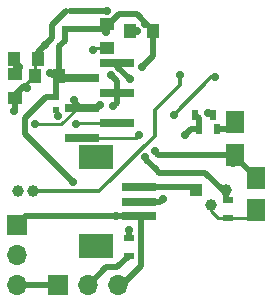
<source format=gbl>
G04 #@! TF.FileFunction,Copper,L2,Bot,Signal*
%FSLAX46Y46*%
G04 Gerber Fmt 4.6, Leading zero omitted, Abs format (unit mm)*
G04 Created by KiCad (PCBNEW 4.0.7) date 02/03/18 21:49:53*
%MOMM*%
%LPD*%
G01*
G04 APERTURE LIST*
%ADD10C,0.100000*%
%ADD11R,1.000000X1.250000*%
%ADD12R,0.600000X0.500000*%
%ADD13R,0.500000X0.600000*%
%ADD14R,1.250000X1.000000*%
%ADD15R,1.500000X1.950000*%
%ADD16R,3.000000X0.650000*%
%ADD17R,3.000000X0.800000*%
%ADD18R,3.000000X2.100000*%
%ADD19R,1.700000X1.700000*%
%ADD20O,1.700000X1.700000*%
%ADD21C,1.000000*%
%ADD22R,1.000000X1.000000*%
%ADD23R,0.500000X0.900000*%
%ADD24R,0.900000X0.500000*%
%ADD25C,0.700000*%
%ADD26C,0.250000*%
%ADD27C,0.500000*%
%ADD28C,0.300000*%
G04 APERTURE END LIST*
D10*
D11*
X18658600Y-25780200D03*
X16658600Y-25780200D03*
D12*
X18040000Y-21770000D03*
X19140000Y-21770000D03*
D13*
X18373400Y-28673800D03*
X18373400Y-27573800D03*
D14*
X22720000Y-23410000D03*
X22720000Y-21410000D03*
D11*
X24630000Y-21940000D03*
X26630000Y-21940000D03*
X14863600Y-24365200D03*
X16863600Y-24365200D03*
D14*
X14943400Y-25643800D03*
X14943400Y-27643800D03*
D15*
X35363600Y-34390200D03*
X35363600Y-37140200D03*
X33563600Y-29690200D03*
X33563600Y-32440200D03*
D16*
X23590000Y-24685000D03*
X23590000Y-27225000D03*
X23590000Y-29765000D03*
X20590000Y-25955000D03*
X20590000Y-28495000D03*
X20590000Y-31035000D03*
D17*
X25403600Y-35175200D03*
X25403600Y-36425200D03*
D18*
X21803600Y-32625200D03*
X21803600Y-40225200D03*
D17*
X25403600Y-37675200D03*
D19*
X15063600Y-38365200D03*
D20*
X15063600Y-40905200D03*
X15063600Y-43445200D03*
D21*
X16463600Y-35565200D03*
X15213600Y-35565200D03*
X31533600Y-36735200D03*
X32803600Y-35465200D03*
D22*
X30263600Y-35465200D03*
D23*
X30513600Y-30265200D03*
X32013600Y-30265200D03*
X31713600Y-29065200D03*
X30213600Y-29065200D03*
D24*
X24563600Y-39515200D03*
X24563600Y-41015200D03*
X32963600Y-37815200D03*
X32963600Y-36315200D03*
D19*
X18563600Y-43465200D03*
D20*
X21103600Y-43465200D03*
X23643600Y-43465200D03*
D25*
X25963600Y-21365200D03*
X19863600Y-34765200D03*
X23463600Y-37665200D03*
X26763600Y-32165200D03*
X25663600Y-25065200D03*
X15263600Y-25065200D03*
X17863600Y-25565200D03*
X22663600Y-22065200D03*
X33363600Y-33165200D03*
X18563600Y-29165200D03*
X21563600Y-23565200D03*
X20063600Y-29865200D03*
X16663600Y-29865200D03*
X22163600Y-28265200D03*
X19963600Y-27865200D03*
X25463600Y-30765200D03*
X14863600Y-28765200D03*
X23263600Y-28365200D03*
X22763600Y-20265200D03*
X23063600Y-25665200D03*
X15963600Y-26765200D03*
X17463600Y-23165200D03*
X25263600Y-21965200D03*
X25963600Y-32665200D03*
X24663600Y-26065200D03*
X24563600Y-38865200D03*
X28363600Y-29065200D03*
X31863600Y-25865200D03*
X28863600Y-25665200D03*
X27463600Y-36165200D03*
X29363600Y-30765200D03*
X31263600Y-28965200D03*
D26*
X25963600Y-21365200D02*
X26538400Y-21940000D01*
X26538400Y-21940000D02*
X26630000Y-21940000D01*
D27*
X17555000Y-27573800D02*
X18373400Y-27573800D01*
X15763600Y-29365200D02*
X17555000Y-27573800D01*
X15763600Y-30665200D02*
X15763600Y-29365200D01*
X19863600Y-34765200D02*
X15763600Y-30665200D01*
X33563600Y-32440200D02*
X27038600Y-32440200D01*
X27038600Y-32440200D02*
X26763600Y-32165200D01*
D26*
X23463600Y-37665200D02*
X23463600Y-37675200D01*
X23463600Y-37675200D02*
X23463600Y-37665200D01*
X23463600Y-37665200D02*
X23463600Y-37675200D01*
X23643600Y-43465200D02*
X23963600Y-43465200D01*
D27*
X23963600Y-43465200D02*
X25563600Y-41865200D01*
X25563600Y-41865200D02*
X25563600Y-37835200D01*
D26*
X25563600Y-37835200D02*
X25403600Y-37675200D01*
D27*
X25403600Y-37675200D02*
X23463600Y-37675200D01*
X23463600Y-37675200D02*
X15753600Y-37675200D01*
D26*
X15753600Y-37675200D02*
X15063600Y-38365200D01*
D27*
X26630000Y-21940000D02*
X26630000Y-24098800D01*
X26630000Y-24098800D02*
X25663600Y-25065200D01*
D26*
X22720000Y-21410000D02*
X22918800Y-21410000D01*
D27*
X22918800Y-21410000D02*
X23763600Y-20565200D01*
X25255200Y-20565200D02*
X26630000Y-21940000D01*
X23763600Y-20565200D02*
X25255200Y-20565200D01*
X18658600Y-25780200D02*
X18658600Y-23270200D01*
X19140000Y-22788800D02*
X19140000Y-21770000D01*
X18658600Y-23270200D02*
X19140000Y-22788800D01*
D26*
X14863600Y-25065200D02*
X15263600Y-25065200D01*
X18078600Y-25780200D02*
X18658600Y-25780200D01*
X17863600Y-25565200D02*
X18078600Y-25780200D01*
D27*
X18373400Y-27573800D02*
X18373400Y-26065400D01*
D26*
X18373400Y-26065400D02*
X18658600Y-25780200D01*
X18658600Y-25780200D02*
X20415200Y-25780200D01*
X20415200Y-25780200D02*
X20590000Y-25955000D01*
X14863600Y-24365200D02*
X14863600Y-25065200D01*
X14863600Y-25065200D02*
X14863600Y-25564000D01*
X14863600Y-25564000D02*
X14943400Y-25643800D01*
D27*
X19140000Y-21770000D02*
X22360000Y-21770000D01*
D26*
X22360000Y-21770000D02*
X22720000Y-21410000D01*
X22720000Y-22008800D02*
X22720000Y-21410000D01*
X22663600Y-22065200D02*
X22720000Y-22008800D01*
X33563600Y-32440200D02*
X33563600Y-32590200D01*
D27*
X33563600Y-32590200D02*
X35363600Y-34390200D01*
D26*
X33363600Y-33165200D02*
X33563600Y-32965200D01*
X33563600Y-32965200D02*
X33563600Y-32440200D01*
X18373400Y-28975000D02*
X18373400Y-28673800D01*
X18563600Y-29165200D02*
X18373400Y-28975000D01*
X21563600Y-23565200D02*
X21718800Y-23410000D01*
X21718800Y-23410000D02*
X22720000Y-23410000D01*
X20163800Y-29765000D02*
X23590000Y-29765000D01*
X20063600Y-29865200D02*
X20163800Y-29765000D01*
X20233800Y-28495000D02*
X18863600Y-29865200D01*
X16863600Y-29865200D02*
X17163600Y-29865200D01*
X17163600Y-29865200D02*
X18863600Y-29865200D01*
X16663600Y-29865200D02*
X16863600Y-29865200D01*
X20233800Y-28495000D02*
X20590000Y-28495000D01*
X22163600Y-28265200D02*
X21933800Y-28495000D01*
X21933800Y-28495000D02*
X20590000Y-28495000D01*
X20590000Y-28491600D02*
X19963600Y-27865200D01*
X20590000Y-28491600D02*
X20590000Y-28495000D01*
X20590000Y-31035000D02*
X25193800Y-31035000D01*
X25193800Y-31035000D02*
X25463600Y-30765200D01*
D27*
X14943400Y-27643800D02*
X14943400Y-28685400D01*
X14863600Y-28765200D02*
X14943400Y-28685400D01*
X23590000Y-28038800D02*
X23263600Y-28365200D01*
X23590000Y-28038800D02*
X23590000Y-27225000D01*
X18040000Y-21488800D02*
X18040000Y-21770000D01*
X19263600Y-20265200D02*
X18040000Y-21488800D01*
D26*
X19563600Y-20265200D02*
X19263600Y-20265200D01*
D27*
X22763600Y-20265200D02*
X19563600Y-20265200D01*
X23063600Y-25665200D02*
X23590000Y-26191600D01*
X23590000Y-26191600D02*
X23590000Y-27225000D01*
D26*
X15713600Y-26615200D02*
X15813600Y-26615200D01*
X15813600Y-26615200D02*
X15963600Y-26765200D01*
X14943400Y-27643800D02*
X14943400Y-27385400D01*
D27*
X14943400Y-27385400D02*
X15713600Y-26615200D01*
D26*
X15713600Y-26615200D02*
X16548600Y-25780200D01*
X16548600Y-25780200D02*
X16658600Y-25780200D01*
X16863600Y-24365200D02*
X16863600Y-23765200D01*
D27*
X16863600Y-23765200D02*
X17463600Y-23165200D01*
X18040000Y-21770000D02*
X18040000Y-22588800D01*
X18040000Y-22588800D02*
X17463600Y-23165200D01*
D26*
X16658600Y-25780200D02*
X16658600Y-24570200D01*
X16658600Y-24570200D02*
X16863600Y-24365200D01*
X16678600Y-24400200D02*
X16998600Y-24400200D01*
X25263600Y-21965200D02*
X25238400Y-21940000D01*
X25238400Y-21940000D02*
X24630000Y-21940000D01*
X26063600Y-32865200D02*
X26063600Y-32765200D01*
D27*
X31063600Y-33965200D02*
X32563600Y-35465200D01*
X27163600Y-33965200D02*
X26863600Y-33665200D01*
X31063600Y-33965200D02*
X27163600Y-33965200D01*
X26863600Y-33665200D02*
X26063600Y-32865200D01*
D26*
X26063600Y-32765200D02*
X25963600Y-32665200D01*
X32803600Y-35465200D02*
X32563600Y-35465200D01*
D27*
X15063600Y-43445200D02*
X18543600Y-43445200D01*
D26*
X18543600Y-43445200D02*
X18563600Y-43465200D01*
D27*
X23590000Y-24685000D02*
X23590000Y-24991600D01*
X23590000Y-24991600D02*
X24663600Y-26065200D01*
X32803600Y-35465200D02*
X32803600Y-36155200D01*
D26*
X32803600Y-36155200D02*
X32963600Y-36315200D01*
X32963600Y-37815200D02*
X34688600Y-37815200D01*
X34688600Y-37815200D02*
X35363600Y-37140200D01*
X31533600Y-36735200D02*
X31533600Y-37235200D01*
X31533600Y-37235200D02*
X32113600Y-37815200D01*
X32113600Y-37815200D02*
X32963600Y-37815200D01*
D27*
X32013600Y-30265200D02*
X32988600Y-30265200D01*
D26*
X32988600Y-30265200D02*
X33563600Y-29690200D01*
D28*
X28363600Y-29065200D02*
X31563600Y-25865200D01*
D26*
X31563600Y-25865200D02*
X31863600Y-25865200D01*
D27*
X24563600Y-38865200D02*
X24563600Y-39515200D01*
D28*
X16463600Y-35565200D02*
X22063600Y-35565200D01*
X26763600Y-28665200D02*
X28863600Y-26565200D01*
X28863600Y-26565200D02*
X28863600Y-25665200D01*
X26763600Y-30865200D02*
X26763600Y-28665200D01*
X22063600Y-35565200D02*
X26763600Y-30865200D01*
D27*
X25403600Y-35175200D02*
X29973600Y-35175200D01*
X29973600Y-35175200D02*
X30263600Y-35465200D01*
X27203600Y-36425200D02*
X25403600Y-36425200D01*
X27203600Y-36425200D02*
X27463600Y-36165200D01*
X30513600Y-30265200D02*
X30513600Y-29365200D01*
X30513600Y-29365200D02*
X30213600Y-29065200D01*
X29863600Y-30265200D02*
X30263600Y-30265200D01*
X29363600Y-30765200D02*
X29863600Y-30265200D01*
D26*
X30263600Y-30265200D02*
X30513600Y-30265200D01*
X30263600Y-30265200D02*
X30513600Y-30265200D01*
X31363600Y-29065200D02*
X31713600Y-29065200D01*
X31263600Y-28965200D02*
X31363600Y-29065200D01*
X21103600Y-43465200D02*
X21163600Y-43465200D01*
D27*
X21163600Y-43465200D02*
X22663600Y-41965200D01*
X22663600Y-41965200D02*
X23613600Y-41965200D01*
X23613600Y-41965200D02*
X24563600Y-41015200D01*
M02*

</source>
